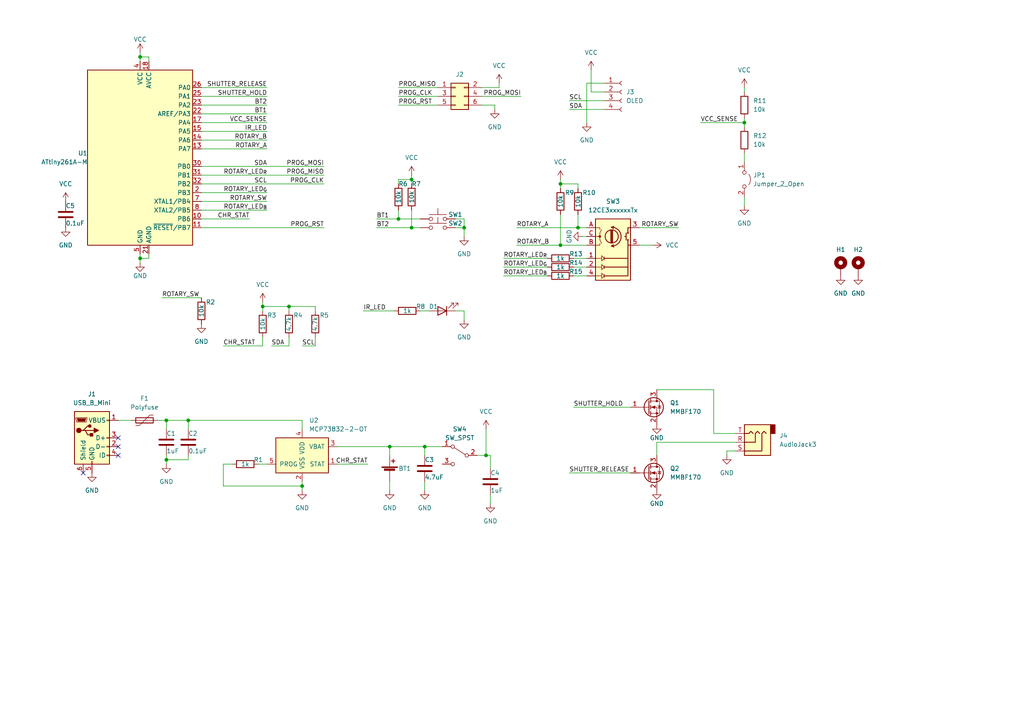
<source format=kicad_sch>
(kicad_sch (version 20211123) (generator eeschema)
  (paper "A4")
  (lib_symbols
    (symbol "Battery_Management:MCP73832-2-OT" (pin_names (offset 1.016))
      (property "Reference" "U" (at -7.62 6.35 0))
      (property "Value" "MCP73832-2-OT" (at 1.27 6.35 0))
      (symbol "MCP73832-2-OT_0_1"
        (rectangle (start -7.62 5.08) (end 7.62 -5.08) (stroke (width 0.254)) (fill (type background)))
      )
      (symbol "MCP73832-2-OT_1_1"
        (pin output line (at 10.16 -2.54 180) (length 2.54) (name "STAT") (number "1"))
        (pin power_in line (at 0 -7.62 90) (length 2.54) (name "VSS") (number "2"))
        (pin power_out line (at 10.16 2.54 180) (length 2.54) (name "VBAT") (number "3"))
        (pin power_in line (at 0 7.62 270) (length 2.54) (name "VDD") (number "4"))
        (pin input line (at -10.16 -2.54 0) (length 2.54) (name "PROG") (number "5"))
      )
    )
    (symbol "Connector:AudioJack3"
      (property "Reference" "J" (at 0 8.89 0))
      (property "Value" "AudioJack3" (at 0 6.35 0))
      (symbol "AudioJack3_0_1"
        (rectangle (start -5.08 -5.08) (end -6.35 -2.54) (stroke (width 0.254)) (fill (type outline)))
        (polyline (pts (xy 0 -2.54) (xy 0.635 -3.175) (xy 1.27 -2.54) (xy 2.54 -2.54)) (stroke (width 0.254)))
        (polyline (pts (xy -1.905 -2.54) (xy -1.27 -3.175) (xy -0.635 -2.54) (xy -0.635 0) (xy 2.54 0)) (stroke (width 0.254)))
        (polyline (pts (xy 2.54 2.54) (xy -2.54 2.54) (xy -2.54 -2.54) (xy -3.175 -3.175) (xy -3.81 -2.54)) (stroke (width 0.254)))
        (rectangle (start 2.54 3.81) (end -5.08 -5.08) (stroke (width 0.254)) (fill (type background)))
      )
      (symbol "AudioJack3_1_1"
        (pin passive line (at 5.08 0 180) (length 2.54) (name "~") (number "R"))
        (pin passive line (at 5.08 2.54 180) (length 2.54) (name "~") (number "S"))
        (pin passive line (at 5.08 -2.54 180) (length 2.54) (name "~") (number "T"))
      )
    )
    (symbol "Connector:Conn_01x04_Female" (pin_names (offset 1.016) hide)
      (property "Reference" "J" (at 0 5.08 0))
      (property "Value" "Conn_01x04_Female" (at 0 -7.62 0))
      (symbol "Conn_01x04_Female_1_1"
        (arc (start 0 -4.572) (mid -0.508 -5.08) (end 0 -5.588) (stroke (width 0.1524)))
        (arc (start 0 -2.032) (mid -0.508 -2.54) (end 0 -3.048) (stroke (width 0.1524)))
        (polyline (pts (xy -1.27 -5.08) (xy -0.508 -5.08)) (stroke (width 0.1524)))
        (polyline (pts (xy -1.27 -2.54) (xy -0.508 -2.54)) (stroke (width 0.1524)))
        (polyline (pts (xy -1.27 0) (xy -0.508 0)) (stroke (width 0.1524)))
        (polyline (pts (xy -1.27 2.54) (xy -0.508 2.54)) (stroke (width 0.1524)))
        (arc (start 0 0.508) (mid -0.508 0) (end 0 -0.508) (stroke (width 0.1524)))
        (arc (start 0 3.048) (mid -0.508 2.54) (end 0 2.032) (stroke (width 0.1524)))
        (pin passive line (at -5.08 2.54 0) (length 3.81) (name "Pin_1") (number "1"))
        (pin passive line (at -5.08 0 0) (length 3.81) (name "Pin_2") (number "2"))
        (pin passive line (at -5.08 -2.54 0) (length 3.81) (name "Pin_3") (number "3"))
        (pin passive line (at -5.08 -5.08 0) (length 3.81) (name "Pin_4") (number "4"))
      )
    )
    (symbol "Connector:USB_B_Mini" (pin_names (offset 1.016))
      (property "Reference" "J" (at -5.08 11.43 0))
      (property "Value" "USB_B_Mini" (at -5.08 8.89 0))
      (symbol "USB_B_Mini_0_1"
        (rectangle (start -5.08 -7.62) (end 5.08 7.62) (stroke (width 0.254)) (fill (type background)))
        (circle (center -3.81 2.159) (radius 0.635) (stroke (width 0.254)) (fill (type outline)))
        (circle (center -0.635 3.429) (radius 0.381) (stroke (width 0.254)) (fill (type outline)))
        (rectangle (start -0.127 -7.62) (end 0.127 -6.858))
        (polyline (pts (xy -1.905 2.159) (xy 0.635 2.159)) (stroke (width 0.254)))
        (polyline (pts (xy -3.175 2.159) (xy -2.54 2.159) (xy -1.27 3.429) (xy -0.635 3.429)) (stroke (width 0.254)))
        (polyline (pts (xy -2.54 2.159) (xy -1.905 2.159) (xy -1.27 0.889) (xy 0 0.889)) (stroke (width 0.254)))
        (polyline (pts (xy 0.635 2.794) (xy 0.635 1.524) (xy 1.905 2.159) (xy 0.635 2.794)) (stroke (width 0.254)) (fill (type outline)))
        (polyline (pts (xy -4.318 5.588) (xy -1.778 5.588) (xy -2.032 4.826) (xy -4.064 4.826) (xy -4.318 5.588)) (fill (type outline)))
        (polyline (pts (xy -4.699 5.842) (xy -4.699 5.588) (xy -4.445 4.826) (xy -4.445 4.572) (xy -1.651 4.572) (xy -1.651 4.826) (xy -1.397 5.588) (xy -1.397 5.842) (xy -4.699 5.842)))
        (rectangle (start 0.254 1.27) (end -0.508 0.508) (stroke (width 0.254)) (fill (type outline)))
        (rectangle (start 5.08 -5.207) (end 4.318 -4.953))
        (rectangle (start 5.08 -2.667) (end 4.318 -2.413))
        (rectangle (start 5.08 -0.127) (end 4.318 0.127))
        (rectangle (start 5.08 4.953) (end 4.318 5.207))
      )
      (symbol "USB_B_Mini_1_1"
        (pin power_out line (at 7.62 5.08 180) (length 2.54) (name "VBUS") (number "1"))
        (pin bidirectional line (at 7.62 -2.54 180) (length 2.54) (name "D-") (number "2"))
        (pin bidirectional line (at 7.62 0 180) (length 2.54) (name "D+") (number "3"))
        (pin passive line (at 7.62 -5.08 180) (length 2.54) (name "ID") (number "4"))
        (pin power_out line (at 0 -10.16 90) (length 2.54) (name "GND") (number "5"))
        (pin passive line (at -2.54 -10.16 90) (length 2.54) (name "Shield") (number "6"))
      )
    )
    (symbol "Connector_Generic:Conn_02x03_Odd_Even" (pin_names (offset 1.016) hide)
      (property "Reference" "J" (at 1.27 5.08 0))
      (property "Value" "Conn_02x03_Odd_Even" (at 1.27 -5.08 0))
      (symbol "Conn_02x03_Odd_Even_1_1"
        (rectangle (start -1.27 -2.413) (end 0 -2.667) (stroke (width 0.1524)))
        (rectangle (start -1.27 0.127) (end 0 -0.127) (stroke (width 0.1524)))
        (rectangle (start -1.27 2.667) (end 0 2.413) (stroke (width 0.1524)))
        (rectangle (start -1.27 3.81) (end 3.81 -3.81) (stroke (width 0.254)) (fill (type background)))
        (rectangle (start 3.81 -2.413) (end 2.54 -2.667) (stroke (width 0.1524)))
        (rectangle (start 3.81 0.127) (end 2.54 -0.127) (stroke (width 0.1524)))
        (rectangle (start 3.81 2.667) (end 2.54 2.413) (stroke (width 0.1524)))
        (pin passive line (at -5.08 2.54 0) (length 3.81) (name "Pin_1") (number "1"))
        (pin passive line (at 7.62 2.54 180) (length 3.81) (name "Pin_2") (number "2"))
        (pin passive line (at -5.08 0 0) (length 3.81) (name "Pin_3") (number "3"))
        (pin passive line (at 7.62 0 180) (length 3.81) (name "Pin_4") (number "4"))
        (pin passive line (at -5.08 -2.54 0) (length 3.81) (name "Pin_5") (number "5"))
        (pin passive line (at 7.62 -2.54 180) (length 3.81) (name "Pin_6") (number "6"))
      )
    )
    (symbol "Device:Battery_Cell" (pin_numbers hide) (pin_names (offset 0) hide)
      (property "Reference" "BT" (at 2.54 2.54 0))
      (property "Value" "Battery_Cell" (at 2.54 0 0))
      (symbol "Battery_Cell_0_1"
        (rectangle (start -2.286 1.778) (end 2.286 1.524) (fill (type outline)))
        (rectangle (start -1.5748 1.1938) (end 1.4732 0.6858) (fill (type outline)))
        (polyline (pts (xy 0 0.762) (xy 0 0)))
        (polyline (pts (xy 0 1.778) (xy 0 2.54)))
        (polyline (pts (xy 0.508 3.429) (xy 1.524 3.429)) (stroke (width 0.254)))
        (polyline (pts (xy 1.016 3.937) (xy 1.016 2.921)) (stroke (width 0.254)))
      )
      (symbol "Battery_Cell_1_1"
        (pin passive line (at 0 5.08 270) (length 2.54) (name "+") (number "1"))
        (pin passive line (at 0 -2.54 90) (length 2.54) (name "-") (number "2"))
      )
    )
    (symbol "Device:C" (pin_numbers hide) (pin_names (offset 0.254))
      (property "Reference" "C" (at 0.635 2.54 0))
      (property "Value" "C" (at 0.635 -2.54 0))
      (symbol "C_0_1"
        (polyline (pts (xy -2.032 -0.762) (xy 2.032 -0.762)) (stroke (width 0.508)))
        (polyline (pts (xy -2.032 0.762) (xy 2.032 0.762)) (stroke (width 0.508)))
      )
      (symbol "C_1_1"
        (pin passive line (at 0 3.81 270) (length 2.794) (name "~") (number "1"))
        (pin passive line (at 0 -3.81 90) (length 2.794) (name "~") (number "2"))
      )
    )
    (symbol "Device:LED" (pin_numbers hide) (pin_names (offset 1.016) hide)
      (property "Reference" "D" (at 0 2.54 0))
      (property "Value" "LED" (at 0 -2.54 0))
      (symbol "LED_0_1"
        (polyline (pts (xy -1.27 -1.27) (xy -1.27 1.27)) (stroke (width 0.254)))
        (polyline (pts (xy -1.27 0) (xy 1.27 0)))
        (polyline (pts (xy 1.27 -1.27) (xy 1.27 1.27) (xy -1.27 0) (xy 1.27 -1.27)) (stroke (width 0.254)))
        (polyline (pts (xy -3.048 -0.762) (xy -4.572 -2.286) (xy -3.81 -2.286) (xy -4.572 -2.286) (xy -4.572 -1.524)))
        (polyline (pts (xy -1.778 -0.762) (xy -3.302 -2.286) (xy -2.54 -2.286) (xy -3.302 -2.286) (xy -3.302 -1.524)))
      )
      (symbol "LED_1_1"
        (pin passive line (at -3.81 0 0) (length 2.54) (name "K") (number "1"))
        (pin passive line (at 3.81 0 180) (length 2.54) (name "A") (number "2"))
      )
    )
    (symbol "Device:Polyfuse" (pin_numbers hide) (pin_names (offset 0))
      (property "Reference" "F" (at -2.54 0 90))
      (property "Value" "Polyfuse" (at 2.54 0 90))
      (symbol "Polyfuse_0_1"
        (rectangle (start -0.762 2.54) (end 0.762 -2.54) (stroke (width 0.254)))
        (polyline (pts (xy 0 2.54) (xy 0 -2.54)))
        (polyline (pts (xy -1.524 2.54) (xy -1.524 1.524) (xy 1.524 -1.524) (xy 1.524 -2.54)))
      )
      (symbol "Polyfuse_1_1"
        (pin passive line (at 0 3.81 270) (length 1.27) (name "~") (number "1"))
        (pin passive line (at 0 -3.81 90) (length 1.27) (name "~") (number "2"))
      )
    )
    (symbol "Device:R" (pin_numbers hide) (pin_names (offset 0))
      (property "Reference" "R" (at 2.032 0 90))
      (property "Value" "R" (at 0 0 90))
      (symbol "R_0_1"
        (rectangle (start -1.016 -2.54) (end 1.016 2.54) (stroke (width 0.254)))
      )
      (symbol "R_1_1"
        (pin passive line (at 0 3.81 270) (length 1.27) (name "~") (number "1"))
        (pin passive line (at 0 -3.81 90) (length 1.27) (name "~") (number "2"))
      )
    )
    (symbol "Jumper:Jumper_2_Open" (pin_names (offset 0) hide)
      (property "Reference" "JP" (at 0 2.794 0))
      (property "Value" "Jumper_2_Open" (at 0 -2.286 0))
      (symbol "Jumper_2_Open_0_0"
        (circle (center -2.032 0) (radius 0.508))
        (circle (center 2.032 0) (radius 0.508))
      )
      (symbol "Jumper_2_Open_0_1"
        (arc (start 1.524 1.27) (mid 0 1.778) (end -1.524 1.27))
      )
      (symbol "Jumper_2_Open_1_1"
        (pin passive line (at -5.08 0 0) (length 2.54) (name "A") (number "1"))
        (pin passive line (at 5.08 0 180) (length 2.54) (name "B") (number "2"))
      )
    )
    (symbol "MCU_Microchip_ATtiny:ATtiny261A-M"
      (property "Reference" "U" (at -15.24 26.67 0))
      (property "Value" "ATtiny261A-M" (at 5.08 -26.67 0))
      (symbol "ATtiny261A-M_0_1"
        (rectangle (start -15.24 -25.4) (end 15.24 25.4) (stroke (width 0.254)) (fill (type background)))
      )
      (symbol "ATtiny261A-M_1_1"
        (pin no_connect line (at -15.24 5.08 0) (length 2.54) hide (name "NC") (number "1"))
        (pin bidirectional line (at 17.78 -17.78 180) (length 2.54) (name "PB6") (number "10"))
        (pin bidirectional line (at 17.78 -20.32 180) (length 2.54) (name "~{RESET}/PB7") (number "11"))
        (pin no_connect line (at -15.24 -5.08 0) (length 2.54) hide (name "NC") (number "12"))
        (pin bidirectional line (at 17.78 2.54 180) (length 2.54) (name "PA7") (number "13"))
        (pin bidirectional line (at 17.78 5.08 180) (length 2.54) (name "PA6") (number "14"))
        (pin bidirectional line (at 17.78 7.62 180) (length 2.54) (name "PA5") (number "15"))
        (pin no_connect line (at -15.24 -7.62 0) (length 2.54) hide (name "NC") (number "16"))
        (pin bidirectional line (at 17.78 10.16 180) (length 2.54) (name "PA4") (number "17"))
        (pin power_in line (at 2.54 27.94 270) (length 2.54) (name "AVCC") (number "18"))
        (pin no_connect line (at -15.24 -10.16 0) (length 2.54) hide (name "NC") (number "19"))
        (pin bidirectional line (at 17.78 -10.16 180) (length 2.54) (name "PB3") (number "2"))
        (pin no_connect line (at -15.24 -12.7 0) (length 2.54) hide (name "NC") (number "20"))
        (pin power_in line (at 2.54 -27.94 90) (length 2.54) (name "AGND") (number "21"))
        (pin bidirectional line (at 17.78 12.7 180) (length 2.54) (name "AREF/PA3") (number "22"))
        (pin bidirectional line (at 17.78 15.24 180) (length 2.54) (name "PA2") (number "23"))
        (pin no_connect line (at -15.24 -15.24 0) (length 2.54) hide (name "NC") (number "24"))
        (pin bidirectional line (at 17.78 17.78 180) (length 2.54) (name "PA1") (number "25"))
        (pin bidirectional line (at 17.78 20.32 180) (length 2.54) (name "PA0") (number "26"))
        (pin no_connect line (at -15.24 -17.78 0) (length 2.54) hide (name "NC") (number "27"))
        (pin no_connect line (at -15.24 -20.32 0) (length 2.54) hide (name "NC") (number "28"))
        (pin no_connect line (at -15.24 -22.86 0) (length 2.54) hide (name "NC") (number "29"))
        (pin no_connect line (at -15.24 2.54 0) (length 2.54) hide (name "NC") (number "3"))
        (pin bidirectional line (at 17.78 -2.54 180) (length 2.54) (name "PB0") (number "30"))
        (pin bidirectional line (at 17.78 -5.08 180) (length 2.54) (name "PB1") (number "31"))
        (pin bidirectional line (at 17.78 -7.62 180) (length 2.54) (name "PB2") (number "32"))
        (pin passive line (at 0 -27.94 90) (length 2.54) hide (name "GND") (number "33"))
        (pin power_in line (at 0 27.94 270) (length 2.54) (name "VCC") (number "4"))
        (pin power_in line (at 0 -27.94 90) (length 2.54) (name "GND") (number "5"))
        (pin no_connect line (at -15.24 0 0) (length 2.54) hide (name "NC") (number "6"))
        (pin bidirectional line (at 17.78 -12.7 180) (length 2.54) (name "XTAL1/PB4") (number "7"))
        (pin bidirectional line (at 17.78 -15.24 180) (length 2.54) (name "XTAL2/PB5") (number "8"))
        (pin no_connect line (at -15.24 -2.54 0) (length 2.54) hide (name "NC") (number "9"))
      )
    )
    (symbol "Mechanical:MountingHole_Pad" (pin_numbers hide) (pin_names (offset 1.016) hide)
      (property "Reference" "H" (at 0 6.35 0))
      (property "Value" "MountingHole_Pad" (at 0 4.445 0))
      (symbol "MountingHole_Pad_0_1"
        (circle (center 0 1.27) (radius 1.27) (stroke (width 1.27)))
      )
      (symbol "MountingHole_Pad_1_1"
        (pin input line (at 0 -2.54 90) (length 2.54) (name "1") (number "1"))
      )
    )
    (symbol "ProjectSymbols:12CE3xxxxxxTx" (pin_names (offset 0.254) hide)
      (property "Reference" "SW" (at 0 6.604 0))
      (property "Value" "12CE3xxxxxxTx" (at 0 10.16 0))
      (symbol "12CE3xxxxxxTx_0_1"
        (rectangle (start -5.08 5.08) (end 5.08 -12.7) (stroke (width 0.254)) (fill (type background)))
        (circle (center -3.81 0) (radius 0.254) (fill (type outline)))
        (arc (start -0.381 -2.794) (mid 2.3622 -0.0635) (end -0.381 2.667) (stroke (width 0.254)))
        (circle (center -0.381 0) (radius 1.905) (stroke (width 0.254)))
        (polyline (pts (xy -5.08 -11.43) (xy -3.302 -11.43)))
        (polyline (pts (xy -5.08 -8.89) (xy -3.302 -8.89)))
        (polyline (pts (xy -5.08 -6.35) (xy -3.302 -6.35)))
        (polyline (pts (xy -2.54 -10.922) (xy -2.54 -11.938)))
        (polyline (pts (xy -2.54 -8.382) (xy -2.54 -9.398)))
        (polyline (pts (xy -2.54 -5.842) (xy -2.54 -6.858)))
        (polyline (pts (xy -0.635 -1.778) (xy -0.635 1.778)) (stroke (width 0.254)))
        (polyline (pts (xy -0.381 -1.778) (xy -0.381 1.778)) (stroke (width 0.254)))
        (polyline (pts (xy -0.127 1.778) (xy -0.127 -1.778)) (stroke (width 0.254)))
        (polyline (pts (xy 3.81 0) (xy 3.429 0)) (stroke (width 0.254)))
        (polyline (pts (xy 3.81 1.016) (xy 3.81 -1.016)) (stroke (width 0.254)))
        (polyline (pts (xy -5.08 -2.54) (xy -3.81 -2.54) (xy -3.81 -2.032)))
        (polyline (pts (xy -5.08 2.54) (xy -3.81 2.54) (xy -3.81 2.032)))
        (polyline (pts (xy -2.54 -11.43) (xy 4.318 -11.43) (xy 4.318 -8.89)) (stroke (width 0.254)))
        (polyline (pts (xy -2.54 -8.89) (xy 4.318 -8.89) (xy 4.318 -6.35)) (stroke (width 0.254)))
        (polyline (pts (xy -2.54 -6.35) (xy 4.318 -6.35) (xy 4.318 -2.54)) (stroke (width 0.254)))
        (polyline (pts (xy 0.254 -3.048) (xy -0.508 -2.794) (xy 0.127 -2.413)) (stroke (width 0.254)))
        (polyline (pts (xy 0.254 2.921) (xy -0.508 2.667) (xy 0.127 2.286)) (stroke (width 0.254)))
        (polyline (pts (xy 5.08 -2.54) (xy 4.318 -2.54) (xy 4.318 -1.016)) (stroke (width 0.254)))
        (polyline (pts (xy 5.08 2.54) (xy 4.318 2.54) (xy 4.318 1.016)) (stroke (width 0.254)))
        (polyline (pts (xy -5.08 0) (xy -3.81 0) (xy -3.81 -1.016) (xy -3.302 -2.032)))
        (polyline (pts (xy -4.318 0) (xy -3.81 0) (xy -3.81 1.016) (xy -3.302 2.032)))
        (polyline (pts (xy -3.302 -10.668) (xy -3.302 -12.192) (xy -2.54 -11.43) (xy -3.302 -10.668)))
        (polyline (pts (xy -3.302 -8.128) (xy -3.302 -9.652) (xy -2.54 -8.89) (xy -3.302 -8.128)))
        (polyline (pts (xy -3.302 -5.588) (xy -3.302 -7.112) (xy -2.54 -6.35) (xy -3.302 -5.588)))
        (circle (center 4.318 -1.016) (radius 0.127) (stroke (width 0.254)))
        (circle (center 4.318 1.016) (radius 0.127) (stroke (width 0.254)))
      )
      (symbol "12CE3xxxxxxTx_1_1"
        (pin passive line (at -7.62 -6.35 0) (length 2.54) (name "L_R") (number "1"))
        (pin passive line (at -7.62 -8.89 0) (length 2.54) (name "L_G") (number "2"))
        (pin passive line (at 7.62 2.54 180) (length 2.54) (name "S1") (number "3"))
        (pin passive line (at -7.62 -11.43 0) (length 2.54) (name "L_B") (number "4"))
        (pin passive line (at 7.62 -2.54 180) (length 2.54) (name "COMM") (number "5"))
        (pin passive line (at -7.62 2.54 0) (length 2.54) (name "A") (number "A"))
        (pin passive line (at -7.62 -2.54 0) (length 2.54) (name "B") (number "B"))
        (pin passive line (at -7.62 0 0) (length 2.54) (name "C") (number "C"))
      )
    )
    (symbol "Switch:SW_Push" (pin_numbers hide) (pin_names (offset 1.016) hide)
      (property "Reference" "SW" (at 1.27 2.54 0))
      (property "Value" "SW_Push" (at 0 -1.524 0))
      (symbol "SW_Push_0_1"
        (circle (center -2.032 0) (radius 0.508))
        (polyline (pts (xy 0 1.27) (xy 0 3.048)))
        (polyline (pts (xy 2.54 1.27) (xy -2.54 1.27)))
        (circle (center 2.032 0) (radius 0.508))
        (pin passive line (at -5.08 0 0) (length 2.54) (name "1") (number "1"))
        (pin passive line (at 5.08 0 180) (length 2.54) (name "2") (number "2"))
      )
    )
    (symbol "Switch:SW_SPDT" (pin_names (offset 0) hide)
      (property "Reference" "SW" (at 0 4.318 0))
      (property "Value" "SW_SPDT" (at 0 -5.08 0))
      (symbol "SW_SPDT_0_0"
        (circle (center -2.032 0) (radius 0.508))
        (circle (center 2.032 -2.54) (radius 0.508))
      )
      (symbol "SW_SPDT_0_1"
        (polyline (pts (xy -1.524 0.254) (xy 1.651 2.286)))
        (circle (center 2.032 2.54) (radius 0.508))
      )
      (symbol "SW_SPDT_1_1"
        (pin passive line (at 5.08 2.54 180) (length 2.54) (name "A") (number "1"))
        (pin passive line (at -5.08 0 0) (length 2.54) (name "B") (number "2"))
        (pin passive line (at 5.08 -2.54 180) (length 2.54) (name "C") (number "3"))
      )
    )
    (symbol "Transistor_FET:MMBF170" (pin_names hide)
      (property "Reference" "Q" (at 5.08 1.905 0))
      (property "Value" "MMBF170" (at 5.08 0 0))
      (symbol "MMBF170_0_1"
        (polyline (pts (xy 0.254 0) (xy -2.54 0)))
        (polyline (pts (xy 0.254 1.905) (xy 0.254 -1.905)) (stroke (width 0.254)))
        (polyline (pts (xy 0.762 -1.27) (xy 0.762 -2.286)) (stroke (width 0.254)))
        (polyline (pts (xy 0.762 0.508) (xy 0.762 -0.508)) (stroke (width 0.254)))
        (polyline (pts (xy 0.762 2.286) (xy 0.762 1.27)) (stroke (width 0.254)))
        (polyline (pts (xy 2.54 2.54) (xy 2.54 1.778)))
        (polyline (pts (xy 2.54 -2.54) (xy 2.54 0) (xy 0.762 0)))
        (polyline (pts (xy 0.762 -1.778) (xy 3.302 -1.778) (xy 3.302 1.778) (xy 0.762 1.778)))
        (polyline (pts (xy 1.016 0) (xy 2.032 0.381) (xy 2.032 -0.381) (xy 1.016 0)) (fill (type outline)))
        (polyline (pts (xy 2.794 0.508) (xy 2.921 0.381) (xy 3.683 0.381) (xy 3.81 0.254)))
        (polyline (pts (xy 3.302 0.381) (xy 2.921 -0.254) (xy 3.683 -0.254) (xy 3.302 0.381)))
        (circle (center 1.651 0) (radius 2.794) (stroke (width 0.254)))
        (circle (center 2.54 -1.778) (radius 0.254) (fill (type outline)))
        (circle (center 2.54 1.778) (radius 0.254) (fill (type outline)))
      )
      (symbol "MMBF170_1_1"
        (pin input line (at -5.08 0 0) (length 2.54) (name "G") (number "1"))
        (pin passive line (at 2.54 -5.08 90) (length 2.54) (name "S") (number "2"))
        (pin passive line (at 2.54 5.08 270) (length 2.54) (name "D") (number "3"))
      )
    )
    (symbol "power:GND" (power) (pin_names (offset 0))
      (property "Value" "GND" (at 0 -3.81 0))
      (symbol "GND_0_1"
        (polyline (pts (xy 0 0) (xy 0 -1.27) (xy 1.27 -1.27) (xy 0 -2.54) (xy -1.27 -1.27) (xy 0 -1.27)))
      )
      (symbol "GND_1_1"
        (pin power_in line (at 0 0 270) (length 0) hide (name "GND") (number "1"))
      )
    )
    (symbol "power:VCC" (power) (pin_names (offset 0))
      (property "Value" "VCC" (at 0 3.81 0))
      (symbol "VCC_0_1"
        (polyline (pts (xy -0.762 1.27) (xy 0 2.54)))
        (polyline (pts (xy 0 0) (xy 0 2.54)))
        (polyline (pts (xy 0 2.54) (xy 0.762 1.27)))
      )
      (symbol "VCC_1_1"
        (pin power_in line (at 0 0 90) (length 0) hide (name "VCC") (number "1"))
      )
    )
  )
  (junction (at 140.97 132.08))
  (junction (at 113.03 129.54))
  (junction (at 48.26 121.92))
  (junction (at 54.61 121.92))
  (junction (at 123.19 129.54))
  (junction (at 134.62 66.04))
  (junction (at 87.63 140.97))
  (junction (at 119.38 66.04))
  (junction (at 215.9 35.56))
  (junction (at 167.64 66.04))
  (junction (at 162.56 53.34))
  (junction (at 76.2 88.9))
  (junction (at 48.26 133.35))
  (junction (at 162.56 71.12))
  (junction (at 115.57 63.5))
  (junction (at 83.82 88.9))
  (junction (at 40.64 16.51))
  (junction (at 40.64 74.93))
  (junction (at 119.38 52.07))
  (no_connect (at 34.29 127))
  (no_connect (at 34.29 129.54))
  (no_connect (at 24.13 137.16))
  (no_connect (at 34.29 132.08))
  (wire (pts (xy 64.77 100.33) (xy 76.2 100.33)))
  (wire (pts (xy 109.22 66.04) (xy 119.38 66.04)))
  (wire (pts (xy 40.64 73.66) (xy 40.64 74.93)))
  (wire (pts (xy 40.64 16.51) (xy 43.18 16.51)))
  (wire (pts (xy 43.18 16.51) (xy 43.18 17.78)))
  (wire (pts (xy 119.38 60.96) (xy 119.38 66.04)))
  (wire (pts (xy 87.63 121.92) (xy 87.63 124.46)))
  (wire (pts (xy 58.42 60.96) (xy 77.47 60.96)))
  (wire (pts (xy 132.08 66.04) (xy 134.62 66.04)))
  (wire (pts (xy 162.56 53.34) (xy 167.64 53.34)))
  (wire (pts (xy 76.2 100.33) (xy 76.2 97.79)))
  (wire (pts (xy 76.2 88.9) (xy 76.2 90.17)))
  (wire (pts (xy 58.42 48.26) (xy 93.98 48.26)))
  (wire (pts (xy 113.03 142.24) (xy 113.03 139.7)))
  (wire (pts (xy 58.42 63.5) (xy 72.39 63.5)))
  (wire (pts (xy 171.45 26.67) (xy 175.26 26.67)))
  (wire (pts (xy 76.2 87.63) (xy 76.2 88.9)))
  (wire (pts (xy 170.18 24.13) (xy 175.26 24.13)))
  (wire (pts (xy 215.9 34.29) (xy 215.9 35.56)))
  (wire (pts (xy 45.72 121.92) (xy 48.26 121.92)))
  (wire (pts (xy 134.62 92.71) (xy 134.62 90.17)))
  (wire (pts (xy 64.77 140.97) (xy 87.63 140.97)))
  (wire (pts (xy 140.97 132.08) (xy 138.43 132.08)))
  (wire (pts (xy 215.9 44.45) (xy 215.9 46.99)))
  (wire (pts (xy 207.01 113.03) (xy 190.5 113.03)))
  (wire (pts (xy 144.78 24.13) (xy 144.78 25.4)))
  (wire (pts (xy 165.1 137.16) (xy 182.88 137.16)))
  (wire (pts (xy 166.37 74.93) (xy 170.18 74.93)))
  (wire (pts (xy 203.2 35.56) (xy 215.9 35.56)))
  (wire (pts (xy 58.42 66.04) (xy 93.98 66.04)))
  (wire (pts (xy 58.42 30.48) (xy 77.47 30.48)))
  (wire (pts (xy 165.1 31.75) (xy 175.26 31.75)))
  (wire (pts (xy 115.57 27.94) (xy 127 27.94)))
  (wire (pts (xy 97.79 134.62) (xy 106.68 134.62)))
  (wire (pts (xy 146.05 77.47) (xy 158.75 77.47)))
  (wire (pts (xy 140.97 124.46) (xy 140.97 132.08)))
  (wire (pts (xy 143.51 30.48) (xy 139.7 30.48)))
  (wire (pts (xy 46.99 86.36) (xy 58.42 86.36)))
  (wire (pts (xy 113.03 132.08) (xy 113.03 129.54)))
  (wire (pts (xy 78.74 100.33) (xy 83.82 100.33)))
  (wire (pts (xy 185.42 66.04) (xy 196.85 66.04)))
  (wire (pts (xy 168.91 68.58) (xy 170.18 68.58)))
  (wire (pts (xy 109.22 63.5) (xy 115.57 63.5)))
  (wire (pts (xy 119.38 50.8) (xy 119.38 52.07)))
  (wire (pts (xy 91.44 88.9) (xy 91.44 90.17)))
  (wire (pts (xy 67.31 134.62) (xy 64.77 134.62)))
  (wire (pts (xy 40.64 15.24) (xy 40.64 16.51)))
  (wire (pts (xy 123.19 129.54) (xy 128.27 129.54)))
  (wire (pts (xy 91.44 97.79) (xy 91.44 100.33)))
  (wire (pts (xy 162.56 71.12) (xy 170.18 71.12)))
  (wire (pts (xy 115.57 60.96) (xy 115.57 63.5)))
  (wire (pts (xy 48.26 133.35) (xy 54.61 133.35)))
  (wire (pts (xy 146.05 80.01) (xy 158.75 80.01)))
  (wire (pts (xy 162.56 62.23) (xy 162.56 71.12)))
  (wire (pts (xy 115.57 52.07) (xy 119.38 52.07)))
  (wire (pts (xy 58.42 35.56) (xy 77.47 35.56)))
  (wire (pts (xy 166.37 77.47) (xy 170.18 77.47)))
  (wire (pts (xy 40.64 74.93) (xy 40.64 76.2)))
  (wire (pts (xy 167.64 66.04) (xy 170.18 66.04)))
  (wire (pts (xy 58.42 58.42) (xy 77.47 58.42)))
  (wire (pts (xy 162.56 52.07) (xy 162.56 53.34)))
  (wire (pts (xy 146.05 74.93) (xy 158.75 74.93)))
  (wire (pts (xy 144.78 25.4) (xy 139.7 25.4)))
  (wire (pts (xy 58.42 55.88) (xy 77.47 55.88)))
  (wire (pts (xy 207.01 125.73) (xy 207.01 113.03)))
  (wire (pts (xy 40.64 74.93) (xy 43.18 74.93)))
  (wire (pts (xy 115.57 53.34) (xy 115.57 52.07)))
  (wire (pts (xy 210.82 130.81) (xy 210.82 132.08)))
  (wire (pts (xy 91.44 100.33) (xy 87.63 100.33)))
  (wire (pts (xy 87.63 140.97) (xy 87.63 139.7)))
  (wire (pts (xy 58.42 38.1) (xy 77.47 38.1)))
  (wire (pts (xy 167.64 53.34) (xy 167.64 54.61)))
  (wire (pts (xy 143.51 30.48) (xy 143.51 31.75)))
  (wire (pts (xy 58.42 25.4) (xy 77.47 25.4)))
  (wire (pts (xy 167.64 62.23) (xy 167.64 66.04)))
  (wire (pts (xy 213.36 125.73) (xy 207.01 125.73)))
  (wire (pts (xy 76.2 88.9) (xy 83.82 88.9)))
  (wire (pts (xy 121.92 90.17) (xy 124.46 90.17)))
  (wire (pts (xy 64.77 134.62) (xy 64.77 140.97)))
  (wire (pts (xy 170.18 35.56) (xy 170.18 24.13)))
  (wire (pts (xy 190.5 128.27) (xy 213.36 128.27)))
  (wire (pts (xy 54.61 133.35) (xy 54.61 132.08)))
  (wire (pts (xy 171.45 20.32) (xy 171.45 26.67)))
  (wire (pts (xy 74.93 134.62) (xy 77.47 134.62)))
  (wire (pts (xy 134.62 90.17) (xy 132.08 90.17)))
  (wire (pts (xy 113.03 129.54) (xy 123.19 129.54)))
  (wire (pts (xy 58.42 40.64) (xy 77.47 40.64)))
  (wire (pts (xy 48.26 121.92) (xy 48.26 124.46)))
  (wire (pts (xy 134.62 66.04) (xy 134.62 63.5)))
  (wire (pts (xy 87.63 142.24) (xy 87.63 140.97)))
  (wire (pts (xy 48.26 121.92) (xy 54.61 121.92)))
  (wire (pts (xy 58.42 53.34) (xy 93.98 53.34)))
  (wire (pts (xy 134.62 68.58) (xy 134.62 66.04)))
  (wire (pts (xy 54.61 121.92) (xy 54.61 124.46)))
  (wire (pts (xy 165.1 29.21) (xy 175.26 29.21)))
  (wire (pts (xy 119.38 66.04) (xy 121.92 66.04)))
  (wire (pts (xy 166.37 118.11) (xy 182.88 118.11)))
  (wire (pts (xy 48.26 132.08) (xy 48.26 133.35)))
  (wire (pts (xy 185.42 71.12) (xy 189.23 71.12)))
  (wire (pts (xy 115.57 63.5) (xy 121.92 63.5)))
  (wire (pts (xy 83.82 88.9) (xy 83.82 90.17)))
  (wire (pts (xy 115.57 30.48) (xy 127 30.48)))
  (wire (pts (xy 58.42 33.02) (xy 77.47 33.02)))
  (wire (pts (xy 142.24 132.08) (xy 142.24 135.89)))
  (wire (pts (xy 83.82 88.9) (xy 91.44 88.9)))
  (wire (pts (xy 134.62 63.5) (xy 132.08 63.5)))
  (wire (pts (xy 166.37 80.01) (xy 170.18 80.01)))
  (wire (pts (xy 58.42 43.18) (xy 77.47 43.18)))
  (wire (pts (xy 139.7 27.94) (xy 151.13 27.94)))
  (wire (pts (xy 123.19 129.54) (xy 123.19 132.08)))
  (wire (pts (xy 40.64 16.51) (xy 40.64 17.78)))
  (wire (pts (xy 58.42 50.8) (xy 93.98 50.8)))
  (wire (pts (xy 215.9 26.67) (xy 215.9 25.4)))
  (wire (pts (xy 215.9 35.56) (xy 215.9 36.83)))
  (wire (pts (xy 123.19 139.7) (xy 123.19 142.24)))
  (wire (pts (xy 119.38 52.07) (xy 119.38 53.34)))
  (wire (pts (xy 54.61 121.92) (xy 87.63 121.92)))
  (wire (pts (xy 105.41 90.17) (xy 114.3 90.17)))
  (wire (pts (xy 215.9 57.15) (xy 215.9 59.69)))
  (wire (pts (xy 34.29 121.92) (xy 38.1 121.92)))
  (wire (pts (xy 149.86 71.12) (xy 162.56 71.12)))
  (wire (pts (xy 48.26 133.35) (xy 48.26 134.62)))
  (wire (pts (xy 43.18 74.93) (xy 43.18 73.66)))
  (wire (pts (xy 97.79 129.54) (xy 113.03 129.54)))
  (wire (pts (xy 149.86 66.04) (xy 167.64 66.04)))
  (wire (pts (xy 162.56 53.34) (xy 162.56 54.61)))
  (wire (pts (xy 142.24 143.51) (xy 142.24 146.05)))
  (wire (pts (xy 140.97 132.08) (xy 142.24 132.08)))
  (wire (pts (xy 190.5 128.27) (xy 190.5 132.08)))
  (wire (pts (xy 83.82 100.33) (xy 83.82 97.79)))
  (wire (pts (xy 58.42 27.94) (xy 77.47 27.94)))
  (wire (pts (xy 115.57 25.4) (xy 127 25.4)))
  (wire (pts (xy 210.82 130.81) (xy 213.36 130.81)))
  (label "ROTARY_LED_{R}" (at 77.47 50.8 180))
  (label "SCL" (at 87.63 100.33 0))
  (label "BT2" (at 77.47 30.48 180))
  (label "IR_LED" (at 77.47 38.1 180))
  (label "ROTARY_LED_{G}" (at 77.47 55.88 180))
  (label "PROG_MISO" (at 93.98 50.8 180))
  (label "PROG_RST" (at 115.57 30.48 0))
  (label "ROTARY_LED_{R}" (at 146.05 74.93 0))
  (label "SCL" (at 165.1 29.21 0))
  (label "CHR_STAT" (at 106.68 134.62 180))
  (label "SHUTTER_HOLD" (at 77.47 27.94 180))
  (label "CHR_STAT" (at 72.39 63.5 180))
  (label "VCC_SENSE" (at 77.47 35.56 180))
  (label "ROTARY_B" (at 149.86 71.12 0))
  (label "SDA" (at 78.74 100.33 0))
  (label "IR_LED" (at 105.41 90.17 0))
  (label "ROTARY_B" (at 77.47 40.64 180))
  (label "SCL" (at 77.47 53.34 180))
  (label "PROG_MISO" (at 115.57 25.4 0))
  (label "PROG_CLK" (at 93.98 53.34 180))
  (label "PROG_MOSI" (at 151.13 27.94 180))
  (label "SHUTTER_RELEASE" (at 77.47 25.4 180))
  (label "ROTARY_SW" (at 77.47 58.42 180))
  (label "ROTARY_A" (at 149.86 66.04 0))
  (label "SHUTTER_RELEASE" (at 165.1 137.16 0))
  (label "BT1" (at 109.22 63.5 0))
  (label "SDA" (at 165.1 31.75 0))
  (label "ROTARY_LED_{B}" (at 146.05 80.01 0))
  (label "PROG_CLK" (at 115.57 27.94 0))
  (label "SDA" (at 77.47 48.26 180))
  (label "ROTARY_SW" (at 46.99 86.36 0))
  (label "ROTARY_SW" (at 196.85 66.04 180))
  (label "BT2" (at 109.22 66.04 0))
  (label "ROTARY_A" (at 77.47 43.18 180))
  (label "CHR_STAT" (at 64.77 100.33 0))
  (label "PROG_RST" (at 93.98 66.04 180))
  (label "PROG_MOSI" (at 93.98 48.26 180))
  (label "BT1" (at 77.47 33.02 180))
  (label "VCC_SENSE" (at 203.2 35.56 0))
  (label "ROTARY_LED_{B}" (at 77.47 60.96 180))
  (label "SHUTTER_HOLD" (at 166.37 118.11 0))
  (label "ROTARY_LED_{G}" (at 146.05 77.47 0))
  (symbol (lib_id "Device:R") (at 91.44 93.98 0) (unit 1)
    (property "Reference" "R5" (at 92.71 91.44 0) (effects (justify left)))
    (property "Value" "4.7k" (at 91.44 93.98 90))
    (property "Footprint" "Resistor_SMD:R_0805_2012Metric_Pad1.20x1.40mm_HandSolder" (effects hide))
  )
  (symbol (lib_id "power:GND") (at 142.24 146.05 0) (unit 1)
    (property "Reference" "#PWR0103" (effects hide))
    (property "Value" "GND" (at 142.24 151.13 0))
  )
  (symbol (lib_id "Connector:USB_B_Mini") (at 26.67 127 0) (unit 1)
    (property "Reference" "J1" (at 26.67 114.3 0))
    (property "Value" "USB_B_Mini" (at 26.67 116.84 0))
    (property "Footprint" "Connector_USB:USB_Micro-B_Wuerth_629105150521" (effects hide))
  )
  (symbol (lib_id "Device:R") (at 118.11 90.17 90) (unit 1)
    (property "Reference" "R8" (at 120.65 88.9 90) (effects (justify right)))
    (property "Value" "1k" (at 118.11 90.17 90))
    (property "Footprint" "Resistor_SMD:R_0805_2012Metric_Pad1.20x1.40mm_HandSolder" (effects hide))
  )
  (symbol (lib_id "power:GND") (at 243.84 80.01 0) (unit 1)
    (property "Reference" "#PWR012" (effects hide))
    (property "Value" "GND" (at 243.84 85.09 0))
  )
  (symbol (lib_id "Switch:SW_Push") (at 127 63.5 0) (unit 1)
    (property "Reference" "SW1" (at 132.08 62.23 0))
    (property "Value" "SW_Push" (effects hide))
    (property "Footprint" "Button_Switch_THT:SW_PUSH_6mm" (effects hide))
  )
  (symbol (lib_id "Device:C") (at 48.26 128.27 0) (unit 1)
    (property "Reference" "C1" (at 48.26 125.73 0) (effects (justify left)))
    (property "Value" "1uF" (at 48.26 130.81 0) (effects (justify left)))
    (property "Footprint" "Capacitor_SMD:C_0805_2012Metric_Pad1.18x1.45mm_HandSolder" (effects hide))
  )
  (symbol (lib_id "Device:R") (at 71.12 134.62 90) (unit 1)
    (property "Reference" "R1" (at 74.93 133.35 90))
    (property "Value" "1k" (at 71.12 134.62 90))
    (property "Footprint" "Resistor_SMD:R_0805_2012Metric_Pad1.20x1.40mm_HandSolder" (effects hide))
  )
  (symbol (lib_id "Switch:SW_Push") (at 127 66.04 0) (unit 1)
    (property "Reference" "SW2" (at 132.08 64.77 0))
    (property "Value" "SW_Push" (effects hide))
    (property "Footprint" "Button_Switch_THT:SW_PUSH_6mm" (effects hide))
  )
  (symbol (lib_id "power:VCC") (at 40.64 15.24 0) (unit 1)
    (property "Reference" "#PWR02" (effects hide))
    (property "Value" "VCC" (at 40.64 11.43 0))
  )
  (symbol (lib_id "Device:R") (at 162.56 58.42 0) (unit 1)
    (property "Reference" "R9" (at 163.83 55.88 0) (effects (justify left)))
    (property "Value" "10k" (at 162.56 58.42 90))
    (property "Footprint" "Resistor_SMD:R_0805_2012Metric_Pad1.20x1.40mm_HandSolder" (effects hide))
  )
  (symbol (lib_id "Device:LED") (at 128.27 90.17 180) (unit 1)
    (property "Reference" "D1" (at 125.73 88.9 0))
    (property "Value" "LED" (effects hide))
    (property "Footprint" "LED_THT:LED_D5.0mm_Horizontal_O3.81mm_Z3.0mm" (effects hide))
  )
  (symbol (lib_id "Connector:Conn_01x04_Female") (at 180.34 26.67 0) (unit 1)
    (property "Reference" "J3" (at 181.61 26.6699 0) (effects (justify left)))
    (property "Value" "OLED" (at 181.61 29.2099 0) (effects (justify left)))
    (property "Footprint" "Connector_PinSocket_2.54mm:PinSocket_1x04_P2.54mm_Vertical" (effects hide))
  )
  (symbol (lib_id "power:GND") (at 134.62 68.58 0) (unit 1)
    (property "Reference" "#PWR011" (effects hide))
    (property "Value" "GND" (at 134.62 73.66 0))
  )
  (symbol (lib_id "power:VCC") (at 171.45 20.32 0) (unit 1)
    (property "Reference" "#PWR021" (effects hide))
    (property "Value" "VCC" (at 171.45 15.24 0))
  )
  (symbol (lib_id "Battery_Management:MCP73832-2-OT") (at 87.63 132.08 0) (unit 1)
    (property "Reference" "U2" (at 89.6494 121.92 0) (effects (justify left)))
    (property "Value" "MCP73832-2-OT" (at 89.6494 124.46 0) (effects (justify left)))
    (property "Footprint" "Package_TO_SOT_SMD:SOT-23-5" (effects hide))
    (property "Datasheet" "http://ww1.microchip.com/downloads/en/DeviceDoc/20001984g.pdf" (effects hide))
  )
  (symbol (lib_id "Device:Polyfuse") (at 41.91 121.92 90) (unit 1)
    (property "Reference" "F1" (at 41.91 115.57 90))
    (property "Value" "Polyfuse" (at 41.91 118.11 90))
    (property "Footprint" "Fuse:Fuse_1210_3225Metric_Pad1.42x2.65mm_HandSolder" (effects hide))
  )
  (symbol (lib_id "power:GND") (at 190.5 142.24 0) (unit 1)
    (property "Reference" "#PWR023" (effects hide))
    (property "Value" "GND" (at 190.5 146.05 0))
  )
  (symbol (lib_id "Transistor_FET:MMBF170") (at 187.96 137.16 0) (unit 1)
    (property "Reference" "Q2" (at 194.31 135.8899 0) (effects (justify left)))
    (property "Value" "MMBF170" (at 194.31 138.4299 0) (effects (justify left)))
    (property "Footprint" "Package_TO_SOT_SMD:SOT-23" (effects hide))
    (property "Datasheet" "https://www.diodes.com/assets/Datasheets/ds30104.pdf" (effects hide))
  )
  (symbol (lib_id "Device:Battery_Cell") (at 113.03 137.16 0) (unit 1)
    (property "Reference" "BT1" (at 115.57 135.89 0) (effects (justify left)))
    (property "Value" "Battery_Cell" (effects hide))
    (property "Footprint" "Connector_PinSocket_2.54mm:PinSocket_1x02_P2.54mm_Vertical" (effects hide))
  )
  (symbol (lib_id "power:GND") (at 26.67 137.16 0) (unit 1)
    (property "Reference" "#PWR01" (effects hide))
    (property "Value" "GND" (at 26.67 142.24 0))
  )
  (symbol (lib_id "Device:R") (at 215.9 40.64 0) (unit 1)
    (property "Reference" "R12" (at 218.44 39.3699 0) (effects (justify left)))
    (property "Value" "10k" (at 218.44 41.9099 0) (effects (justify left)))
    (property "Footprint" "Resistor_SMD:R_0805_2012Metric_Pad1.20x1.40mm_HandSolder" (effects hide))
  )
  (symbol (lib_id "power:GND") (at 113.03 142.24 0) (unit 1)
    (property "Reference" "#PWR07" (effects hide))
    (property "Value" "GND" (at 113.03 147.32 0))
  )
  (symbol (lib_id "Device:R") (at 215.9 30.48 0) (unit 1)
    (property "Reference" "R11" (at 218.44 29.2099 0) (effects (justify left)))
    (property "Value" "10k" (at 218.44 31.7499 0) (effects (justify left)))
    (property "Footprint" "Resistor_SMD:R_0805_2012Metric_Pad1.20x1.40mm_HandSolder" (effects hide))
  )
  (symbol (lib_id "Device:R") (at 167.64 58.42 0) (unit 1)
    (property "Reference" "R10" (at 168.91 55.88 0) (effects (justify left)))
    (property "Value" "10k" (at 167.64 58.42 90))
    (property "Footprint" "Resistor_SMD:R_0805_2012Metric_Pad1.20x1.40mm_HandSolder" (effects hide))
  )
  (symbol (lib_id "power:GND") (at 143.51 31.75 0) (unit 1)
    (property "Reference" "#PWR013" (effects hide))
    (property "Value" "GND" (at 143.51 36.83 0))
  )
  (symbol (lib_id "power:GND") (at 190.5 123.19 0) (unit 1)
    (property "Reference" "#PWR022" (effects hide))
    (property "Value" "GND" (at 190.5 127 0))
  )
  (symbol (lib_id "power:VCC") (at 76.2 87.63 0) (unit 1)
    (property "Reference" "#PWR06" (effects hide))
    (property "Value" "VCC" (at 76.2 82.55 0))
  )
  (symbol (lib_id "power:GND") (at 210.82 132.08 0) (unit 1)
    (property "Reference" "#PWR024" (effects hide))
    (property "Value" "GND" (at 210.82 137.16 0))
  )
  (symbol (lib_id "power:GND") (at 123.19 142.24 0) (unit 1)
    (property "Reference" "#PWR09" (effects hide))
    (property "Value" "GND" (at 123.19 147.32 0))
  )
  (symbol (lib_id "Device:C") (at 54.61 128.27 0) (unit 1)
    (property "Reference" "C2" (at 54.61 125.73 0) (effects (justify left)))
    (property "Value" "0.1uF" (at 54.61 130.81 0) (effects (justify left)))
    (property "Footprint" "Capacitor_SMD:C_0805_2012Metric_Pad1.18x1.45mm_HandSolder" (effects hide))
  )
  (symbol (lib_id "Device:C") (at 123.19 135.89 0) (unit 1)
    (property "Reference" "C3" (at 123.19 133.35 0) (effects (justify left)))
    (property "Value" "4.7uF" (at 123.19 138.43 0) (effects (justify left)))
    (property "Footprint" "Capacitor_SMD:C_1206_3216Metric_Pad1.33x1.80mm_HandSolder" (effects hide))
  )
  (symbol (lib_id "power:GND") (at 19.05 66.04 0) (unit 1)
    (property "Reference" "#PWR0101" (effects hide))
    (property "Value" "GND" (at 19.05 71.12 0))
  )
  (symbol (lib_id "Device:R") (at 83.82 93.98 0) (unit 1)
    (property "Reference" "R4" (at 85.09 91.44 0) (effects (justify left)))
    (property "Value" "4.7k" (at 83.82 93.98 90))
    (property "Footprint" "Resistor_SMD:R_0805_2012Metric_Pad1.20x1.40mm_HandSolder" (effects hide))
  )
  (symbol (lib_id "Device:R") (at 76.2 93.98 0) (unit 1)
    (property "Reference" "R3" (at 77.47 91.44 0) (effects (justify left)))
    (property "Value" "10k" (at 76.2 93.98 90))
    (property "Footprint" "Resistor_SMD:R_0805_2012Metric_Pad1.20x1.40mm_HandSolder" (effects hide))
  )
  (symbol (lib_id "Device:C") (at 19.05 62.23 0) (unit 1)
    (property "Reference" "C5" (at 19.05 59.69 0) (effects (justify left)))
    (property "Value" "0.1uF" (at 19.05 64.77 0) (effects (justify left)))
    (property "Footprint" "Capacitor_SMD:C_0805_2012Metric_Pad1.18x1.45mm_HandSolder" (effects hide))
  )
  (symbol (lib_id "power:VCC") (at 19.05 58.42 0) (unit 1)
    (property "Reference" "#PWR0102" (effects hide))
    (property "Value" "VCC" (at 19.05 53.34 0))
  )
  (symbol (lib_id "Connector_Generic:Conn_02x03_Odd_Even") (at 132.08 27.94 0) (unit 1)
    (property "Reference" "J2" (at 133.35 21.59 0))
    (property "Value" "Conn_02x03_Odd_Even" (effects hide))
    (property "Footprint" "Connector_PinSocket_2.54mm:PinSocket_2x03_P2.54mm_Vertical" (effects hide))
  )
  (symbol (lib_id "Connector:AudioJack3") (at 218.44 128.27 180) (unit 1)
    (property "Reference" "J4" (at 226.06 126.3649 0) (effects (justify right)))
    (property "Value" "AudioJack3" (at 226.06 128.9049 0) (effects (justify right)))
    (property "Footprint" "ProjectLibrary:MJ1-2503A" (effects hide))
  )
  (symbol (lib_id "power:GND") (at 168.91 68.58 270) (unit 1)
    (property "Reference" "#PWR019" (effects hide))
    (property "Value" "GND" (at 165.1 68.58 0))
  )
  (symbol (lib_id "Device:R") (at 58.42 90.17 0) (unit 1)
    (property "Reference" "R2" (at 59.69 87.63 0) (effects (justify left)))
    (property "Value" "10k" (at 58.42 90.17 90))
    (property "Footprint" "Resistor_SMD:R_0805_2012Metric_Pad1.20x1.40mm_HandSolder" (effects hide))
  )
  (symbol (lib_id "power:VCC") (at 162.56 52.07 0) (unit 1)
    (property "Reference" "#PWR018" (effects hide))
    (property "Value" "VCC" (at 162.56 46.99 0))
  )
  (symbol (lib_id "Device:C") (at 142.24 139.7 0) (unit 1)
    (property "Reference" "C4" (at 142.24 137.16 0) (effects (justify left)))
    (property "Value" "1uF" (at 142.24 142.24 0) (effects (justify left)))
    (property "Footprint" "Capacitor_SMD:C_0805_2012Metric_Pad1.18x1.45mm_HandSolder" (effects hide))
  )
  (symbol (lib_id "power:GND") (at 58.42 93.98 0) (unit 1)
    (property "Reference" "#PWR016" (effects hide))
    (property "Value" "GND" (at 58.42 99.06 0))
  )
  (symbol (lib_id "Device:R") (at 162.56 74.93 90) (unit 1)
    (property "Reference" "R13" (at 165.1 73.66 90) (effects (justify right)))
    (property "Value" "1k" (at 162.56 74.93 90))
    (property "Footprint" "Resistor_SMD:R_0805_2012Metric_Pad1.20x1.40mm_HandSolder" (effects hide))
  )
  (symbol (lib_id "ProjectSymbols:12CE3xxxxxxTx") (at 177.8 68.58 0) (unit 1)
    (property "Reference" "SW3" (at 177.8 58.42 0))
    (property "Value" "12CE3xxxxxxTx" (at 177.8 60.96 0))
    (property "Footprint" "ProjectLibrary:12CE3KxxxxxTx" (effects hide))
  )
  (symbol (lib_id "Mechanical:MountingHole_Pad") (at 248.92 77.47 0) (unit 1)
    (property "Reference" "H2" (at 248.92 72.39 0))
    (property "Value" "MountingHole_Pad" (effects hide))
    (property "Footprint" "MountingHole:MountingHole_3.2mm_M3_DIN965_Pad" (effects hide))
  )
  (symbol (lib_id "power:GND") (at 248.92 80.01 0) (unit 1)
    (property "Reference" "#PWR015" (effects hide))
    (property "Value" "GND" (at 248.92 85.09 0))
  )
  (symbol (lib_id "power:VCC") (at 119.38 50.8 0) (unit 1)
    (property "Reference" "#PWR08" (effects hide))
    (property "Value" "VCC" (at 119.38 45.72 0))
  )
  (symbol (lib_id "Jumper:Jumper_2_Open") (at 215.9 52.07 270) (unit 1)
    (property "Reference" "JP1" (at 218.44 50.7999 90) (effects (justify left)))
    (property "Value" "Jumper_2_Open" (at 218.44 53.3399 90) (effects (justify left)))
    (property "Footprint" "Jumper:SolderJumper-2_P1.3mm_Open_RoundedPad1.0x1.5mm" (effects hide))
  )
  (symbol (lib_id "power:VCC") (at 140.97 124.46 0) (unit 1)
    (property "Reference" "#PWR010" (effects hide))
    (property "Value" "VCC" (at 140.97 119.38 0))
  )
  (symbol (lib_id "power:VCC") (at 144.78 24.13 0) (unit 1)
    (property "Reference" "#PWR014" (effects hide))
    (property "Value" "VCC" (at 144.78 19.05 0))
  )
  (symbol (lib_id "Device:R") (at 119.38 57.15 0) (unit 1)
    (property "Reference" "R7" (at 119.38 53.34 0) (effects (justify left)))
    (property "Value" "10k" (at 119.38 57.15 90))
    (property "Footprint" "Resistor_SMD:R_0805_2012Metric_Pad1.20x1.40mm_HandSolder" (effects hide))
  )
  (symbol (lib_id "Device:R") (at 115.57 57.15 0) (unit 1)
    (property "Reference" "R6" (at 115.57 53.34 0) (effects (justify left)))
    (property "Value" "10k" (at 115.57 57.15 90))
    (property "Footprint" "Resistor_SMD:R_0805_2012Metric_Pad1.20x1.40mm_HandSolder" (effects hide))
  )
  (symbol (lib_id "power:GND") (at 48.26 134.62 0) (unit 1)
    (property "Reference" "#PWR04" (effects hide))
    (property "Value" "GND" (at 48.26 139.7 0))
  )
  (symbol (lib_id "Switch:SW_SPDT") (at 133.35 132.08 0) (mirror y) (unit 1)
    (property "Reference" "SW4" (at 133.35 124.46 0))
    (property "Value" "SW_SPST" (at 133.35 127 0))
    (property "Footprint" "Button_Switch_SMD:SW_SPDT_PCM12" (effects hide))
  )
  (symbol (lib_id "power:GND") (at 170.18 35.56 0) (unit 1)
    (property "Reference" "#PWR020" (effects hide))
    (property "Value" "GND" (at 170.18 40.64 0))
  )
  (symbol (lib_id "power:GND") (at 87.63 142.24 0) (unit 1)
    (property "Reference" "#PWR05" (effects hide))
    (property "Value" "GND" (at 87.63 147.32 0))
  )
  (symbol (lib_id "MCU_Microchip_ATtiny:ATtiny261A-M") (at 40.64 45.72 0) (unit 1)
    (property "Reference" "U1" (at 25.4 44.4499 0) (effects (justify right)))
    (property "Value" "ATtiny261A-M" (at 25.4 46.9899 0) (effects (justify right)))
    (property "Footprint" "Package_DFN_QFN:QFN-32-1EP_5x5mm_P0.5mm_EP3.1x3.1mm" (effects hide))
    (property "Datasheet" "http://ww1.microchip.com/downloads/en/DeviceDoc/doc8197.pdf" (effects hide))
  )
  (symbol (lib_id "power:GND") (at 134.62 92.71 0) (unit 1)
    (property "Reference" "#PWR0104" (effects hide))
    (property "Value" "GND" (at 134.62 97.79 0))
  )
  (symbol (lib_id "power:VCC") (at 215.9 25.4 0) (unit 1)
    (property "Reference" "#PWR025" (effects hide))
    (property "Value" "VCC" (at 215.9 20.32 0))
  )
  (symbol (lib_id "Transistor_FET:MMBF170") (at 187.96 118.11 0) (unit 1)
    (property "Reference" "Q1" (at 194.31 116.8399 0) (effects (justify left)))
    (property "Value" "MMBF170" (at 194.31 119.3799 0) (effects (justify left)))
    (property "Footprint" "Package_TO_SOT_SMD:SOT-23" (effects hide))
    (property "Datasheet" "https://www.diodes.com/assets/Datasheets/ds30104.pdf" (effects hide))
  )
  (symbol (lib_id "Device:R") (at 162.56 77.47 90) (unit 1)
    (property "Reference" "R14" (at 165.1 76.2 90) (effects (justify right)))
    (property "Value" "1k" (at 162.56 77.47 90))
    (property "Footprint" "Resistor_SMD:R_0805_2012Metric_Pad1.20x1.40mm_HandSolder" (effects hide))
  )
  (symbol (lib_id "power:GND") (at 40.64 76.2 0) (unit 1)
    (property "Reference" "#PWR03" (effects hide))
    (property "Value" "GND" (at 40.64 80.01 0))
  )
  (symbol (lib_id "Mechanical:MountingHole_Pad") (at 243.84 77.47 0) (unit 1)
    (property "Reference" "H1" (at 243.84 72.39 0))
    (property "Value" "MountingHole_Pad" (effects hide))
    (property "Footprint" "MountingHole:MountingHole_3.2mm_M3_DIN965_Pad" (effects hide))
  )
  (symbol (lib_id "power:VCC") (at 189.23 71.12 270) (unit 1)
    (property "Reference" "#PWR017" (effects hide))
    (property "Value" "VCC" (at 193.04 71.1199 90) (effects (justify left)))
  )
  (symbol (lib_id "Device:R") (at 162.56 80.01 90) (unit 1)
    (property "Reference" "R15" (at 165.1 78.74 90) (effects (justify right)))
    (property "Value" "1k" (at 162.56 80.01 90))
    (property "Footprint" "Resistor_SMD:R_0805_2012Metric_Pad1.20x1.40mm_HandSolder" (effects hide))
  )
  (symbol (lib_id "power:GND") (at 215.9 59.69 0) (unit 1)
    (property "Reference" "#PWR026" (effects hide))
    (property "Value" "GND" (at 215.9 64.77 0))
  )
)
</source>
